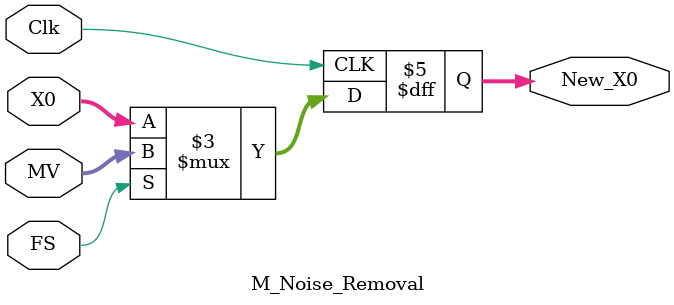
<source format=v>
module M_Noise_Removal (Clk,FS,X0,MV,New_X0);
  input Clk;
  input FS;
  input [7:0]X0,MV;
  output [7:0]New_X0;
  reg [7:0]New_X0;
  
  always @ (posedge Clk)
  begin
  if(FS)
    New_X0=MV;
  else
    New_X0=X0;
  end
endmodule
</source>
